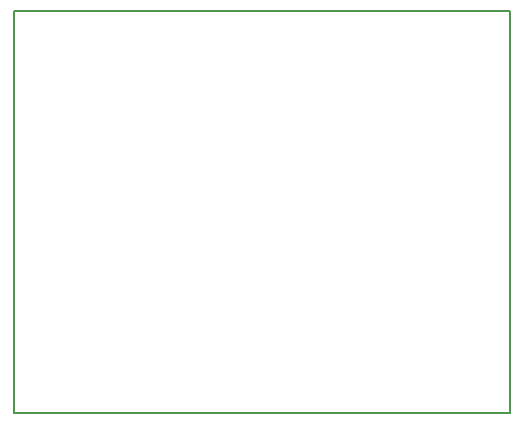
<source format=gbr>
%TF.GenerationSoftware,KiCad,Pcbnew,(5.1.4)-1*%
%TF.CreationDate,2021-02-25T01:30:08+08:00*%
%TF.ProjectId,Overdrive_Protector,4f766572-6472-4697-9665-5f50726f7465,rev?*%
%TF.SameCoordinates,Original*%
%TF.FileFunction,Profile,NP*%
%FSLAX46Y46*%
G04 Gerber Fmt 4.6, Leading zero omitted, Abs format (unit mm)*
G04 Created by KiCad (PCBNEW (5.1.4)-1) date 2021-02-25 01:30:08*
%MOMM*%
%LPD*%
G04 APERTURE LIST*
%ADD10C,0.200000*%
G04 APERTURE END LIST*
D10*
X65500000Y-50000000D02*
X23500000Y-50000000D01*
X65500000Y-84000000D02*
X65500000Y-50000000D01*
X23500000Y-84000000D02*
X65500000Y-84000000D01*
X23500000Y-50000000D02*
X23500000Y-84000000D01*
M02*

</source>
